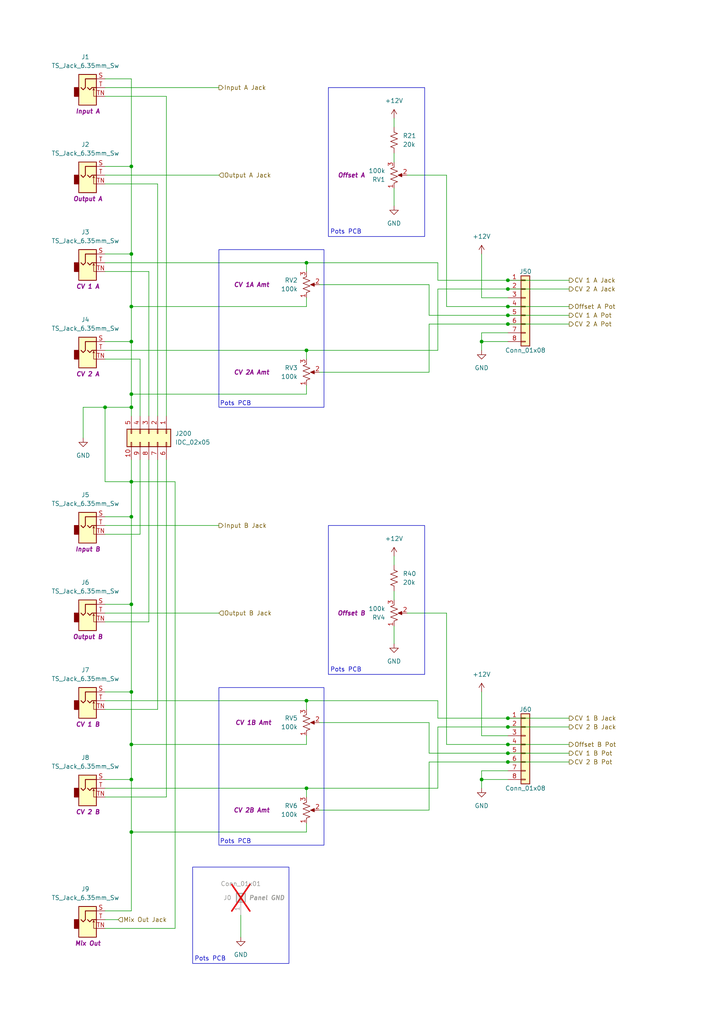
<source format=kicad_sch>
(kicad_sch (version 20250114) (generator "eeschema") (generator_version "9.0")
  (paper "A4" portrait)
  (title_block (company "DMH Instruments") (comment 1 "PCB for 5 cm Kosmo format synthesizer module"))
  (lib_symbols
    (symbol "Connector_Generic:Conn_01x01" (pin_names (offset 1.016) (hide yes))
      (property "Reference" "J" (at 0 2.54 0))
      (property "Value" "Conn_01x01" (at 0 -2.54 0))
      (symbol "Conn_01x01_1_1"
        (rectangle (start -1.27 1.27) (end 1.27 -1.27) (stroke (width 0.254)) (fill (type background)))
        (rectangle (start -1.27 0.127) (end 0 -0.127) (stroke (width 0.1524)))
        (pin passive line (at -5.08 0 0) (length 3.81) (name "Pin_1") (number "1"))
      )
    )
    (symbol "Connector_Generic:Conn_01x08" (pin_names (offset 1.016) (hide yes))
      (property "Reference" "J" (at 0 10.16 0))
      (property "Value" "Conn_01x08" (at 0 -12.7 0))
      (symbol "Conn_01x08_1_1"
        (rectangle (start -1.27 8.89) (end 1.27 -11.43) (stroke (width 0.254)) (fill (type background)))
        (rectangle (start -1.27 7.747) (end 0 7.493) (stroke (width 0.1524)))
        (rectangle (start -1.27 5.207) (end 0 4.953) (stroke (width 0.1524)))
        (rectangle (start -1.27 2.667) (end 0 2.413) (stroke (width 0.1524)))
        (rectangle (start -1.27 0.127) (end 0 -0.127) (stroke (width 0.1524)))
        (rectangle (start -1.27 -2.413) (end 0 -2.667) (stroke (width 0.1524)))
        (rectangle (start -1.27 -4.953) (end 0 -5.207) (stroke (width 0.1524)))
        (rectangle (start -1.27 -7.493) (end 0 -7.747) (stroke (width 0.1524)))
        (rectangle (start -1.27 -10.033) (end 0 -10.287) (stroke (width 0.1524)))
        (pin passive line (at -5.08 7.62 0) (length 3.81) (name "Pin_1") (number "1"))
        (pin passive line (at -5.08 5.08 0) (length 3.81) (name "Pin_2") (number "2"))
        (pin passive line (at -5.08 2.54 0) (length 3.81) (name "Pin_3") (number "3"))
        (pin passive line (at -5.08 0 0) (length 3.81) (name "Pin_4") (number "4"))
        (pin passive line (at -5.08 -2.54 0) (length 3.81) (name "Pin_5") (number "5"))
        (pin passive line (at -5.08 -5.08 0) (length 3.81) (name "Pin_6") (number "6"))
        (pin passive line (at -5.08 -7.62 0) (length 3.81) (name "Pin_7") (number "7"))
        (pin passive line (at -5.08 -10.16 0) (length 3.81) (name "Pin_8") (number "8"))
      )
    )
    (symbol "Device:R_Potentiometer_US" (pin_names (offset 1.016) (hide yes))
      (property "Reference" "RV" (at -4.445 0 90))
      (property "Value" "R_Potentiometer_US" (at -2.54 0 90))
      (symbol "R_Potentiometer_US_0_1"
        (polyline (pts (xy 0 2.54) (xy 0 2.286)))
        (polyline (pts (xy 0 2.286) (xy 1.016 1.905) (xy 0 1.524) (xy -1.016 1.143) (xy 0 0.762)))
        (polyline (pts (xy 0 0.762) (xy 1.016 0.381) (xy 0 0) (xy -1.016 -0.381) (xy 0 -0.762)))
        (polyline (pts (xy 0 -0.762) (xy 1.016 -1.143) (xy 0 -1.524) (xy -1.016 -1.905) (xy 0 -2.286)))
        (polyline (pts (xy 0 -2.286) (xy 0 -2.54)))
        (polyline (pts (xy 1.143 0) (xy 2.286 0.508) (xy 2.286 -0.508) (xy 1.143 0)) (fill (type outline)))
        (polyline (pts (xy 2.54 0) (xy 1.524 0)))
      )
      (symbol "R_Potentiometer_US_1_1"
        (pin passive line (at 0 3.81 270) (length 1.27) (name "1") (number "1"))
        (pin passive line (at 0 -3.81 90) (length 1.27) (name "3") (number "3"))
        (pin passive line (at 3.81 0 180) (length 1.27) (name "2") (number "2"))
      )
    )
    (symbol "Device:R_US" (pin_numbers (hide yes)) (pin_names (offset 0))
      (property "Reference" "R" (at 2.54 0 90))
      (property "Value" "R_US" (at -2.54 0 90))
      (symbol "R_US_0_1"
        (polyline (pts (xy 0 2.286) (xy 0 2.54)))
        (polyline (pts (xy 0 2.286) (xy 1.016 1.905) (xy 0 1.524) (xy -1.016 1.143) (xy 0 0.762)))
        (polyline (pts (xy 0 0.762) (xy 1.016 0.381) (xy 0 0) (xy -1.016 -0.381) (xy 0 -0.762)))
        (polyline (pts (xy 0 -0.762) (xy 1.016 -1.143) (xy 0 -1.524) (xy -1.016 -1.905) (xy 0 -2.286)))
        (polyline (pts (xy 0 -2.286) (xy 0 -2.54)))
      )
      (symbol "R_US_1_1"
        (pin passive line (at 0 3.81 270) (length 1.27) (name "~") (number "1"))
        (pin passive line (at 0 -3.81 90) (length 1.27) (name "~") (number "2"))
      )
    )
    (symbol "SynthStuff:BackBone_Connector_10Pin" (pin_names (offset 1.016) (hide yes))
      (property "Reference" "J" (at 0 -10.922 0))
      (property "Value" "IDC_02x05" (at 0 -8.382 0))
      (symbol "BackBone_Connector_10Pin_1_1"
        (rectangle (start -2.54 6.35) (end 2.54 -6.35) (stroke (width 0.254)) (fill (type background)))
        (rectangle (start -2.54 5.207) (end -1.27 4.953) (stroke (width 0.1524)))
        (rectangle (start -2.54 2.667) (end -1.27 2.413) (stroke (width 0.1524)))
        (rectangle (start -2.54 0.127) (end -1.27 -0.127) (stroke (width 0.1524)))
        (rectangle (start -2.54 -2.413) (end -1.27 -2.667) (stroke (width 0.1524)))
        (rectangle (start -2.54 -4.953) (end -1.27 -5.207) (stroke (width 0.1524)))
        (rectangle (start 2.54 5.207) (end 1.27 4.953) (stroke (width 0.1524)))
        (rectangle (start 2.54 2.667) (end 1.27 2.413) (stroke (width 0.1524)))
        (rectangle (start 2.54 0.127) (end 1.27 -0.127) (stroke (width 0.1524)))
        (rectangle (start 2.54 -2.413) (end 1.27 -2.667) (stroke (width 0.1524)))
        (rectangle (start 2.54 -4.953) (end 1.27 -5.207) (stroke (width 0.1524)))
        (pin passive line (at -6.35 5.08 0) (length 3.81) (name "Pin_1") (number "1"))
        (pin passive line (at -6.35 2.54 0) (length 3.81) (name "Pin_2") (number "2"))
        (pin passive line (at -6.35 0 0) (length 3.81) (name "Pin_3") (number "3"))
        (pin passive line (at -6.35 -2.54 0) (length 3.81) (name "Pin_4") (number "4"))
        (pin passive line (at -6.35 -5.08 0) (length 3.81) (name "Pin_5") (number "5"))
        (pin passive line (at 6.35 5.08 180) (length 3.81) (name "Pin_6") (number "6"))
        (pin passive line (at 6.35 2.54 180) (length 3.81) (name "Pin_7") (number "7"))
        (pin passive line (at 6.35 0 180) (length 3.81) (name "Pin_8") (number "8"))
        (pin passive line (at 6.35 -2.54 180) (length 3.81) (name "Pin_9") (number "9"))
        (pin passive line (at 6.35 -5.08 180) (length 3.81) (name "Pin_10") (number "10"))
      )
    )
    (symbol "SynthStuff:TS_Jack_6.35mm_Sw"
      (property "Reference" "J" (at -0.635 8.89 0))
      (property "Value" "TS_Jack_6.35mm_Sw" (at -0.635 6.35 0))
      (symbol "TS_Jack_6.35mm_Sw_0_1"
        (rectangle (start -2.54 0) (end -3.81 -2.54) (stroke (width 0.254)) (fill (type outline)))
        (polyline (pts (xy 0 0) (xy 0.635 -0.635) (xy 1.27 0) (xy 2.54 0)) (stroke (width 0.254)))
        (polyline (pts (xy 1.778 -0.254) (xy 2.032 -0.762)))
        (rectangle (start 2.54 3.81) (end -2.54 -5.08) (stroke (width 0.254)) (fill (type background)))
        (polyline (pts (xy 2.54 2.54) (xy -0.635 2.54) (xy -0.635 0) (xy -1.27 -0.635) (xy -1.905 0)) (stroke (width 0.254)))
        (polyline (pts (xy 2.54 -2.54) (xy 1.778 -2.54) (xy 1.778 -0.254) (xy 1.524 -0.762)))
      )
      (symbol "TS_Jack_6.35mm_Sw_1_1"
        (pin passive line (at 5.08 2.54 180) (length 2.54) (name "~") (number "S"))
        (pin passive line (at 5.08 0 180) (length 2.54) (name "~") (number "T"))
        (pin passive line (at 5.08 -2.54 180) (length 2.54) (name "~") (number "TN"))
      )
    )
    (symbol "power:+12V" (power) (pin_numbers (hide yes)) (pin_names (offset 0) (hide yes))
      (property "Value" "+12V" (at 0 3.556 0))
      (symbol "+12V_0_1"
        (polyline (pts (xy -0.762 1.27) (xy 0 2.54)))
        (polyline (pts (xy 0 2.54) (xy 0.762 1.27)))
        (polyline (pts (xy 0 0) (xy 0 2.54)))
      )
      (symbol "+12V_1_1"
        (pin power_in line (at 0 0 90) (length 0) (name "~") (number "1"))
      )
    )
    (symbol "power:GND" (power) (pin_numbers (hide yes)) (pin_names (offset 0) (hide yes))
      (property "Value" "GND" (at 0 -3.81 0))
      (symbol "GND_0_1"
        (polyline (pts (xy 0 0) (xy 0 -1.27) (xy 1.27 -1.27) (xy 0 -2.54) (xy -1.27 -1.27) (xy 0 -1.27)))
      )
      (symbol "GND_1_1"
        (pin power_in line (at 0 0 270) (length 0) (name "~") (number "1"))
      )
    )
  )
  (rectangle (start 95.25 152.4) (end 123.19 195.58))
  (rectangle (start 55.88 251.46) (end 83.82 279.4))
  (rectangle (start 63.5 199.39) (end 93.98 245.11))
  (rectangle (start 63.5 72.39) (end 93.98 118.11))
  (rectangle (start 95.25 25.4) (end 123.19 68.58))
  (text "Pots PCB" (at 68.326 244.094 0) (effects (font (size 1.27 1.27))))
  (text "Pots PCB" (at 100.33 194.31 0) (effects (font (size 1.27 1.27))))
  (text "Pots PCB" (at 60.96 278.13 0) (effects (font (size 1.27 1.27))))
  (text "Pots PCB" (at 100.33 67.31 0) (effects (font (size 1.27 1.27))))
  (text "Pots PCB" (at 68.326 117.094 0) (effects (font (size 1.27 1.27))))
  (junction (at 38.1 200.66))
  (junction (at 38.1 226.06))
  (junction (at 139.7 226.06))
  (junction (at 88.9 101.6))
  (junction (at 38.1 114.3))
  (junction (at 147.32 81.28))
  (junction (at 38.1 99.06))
  (junction (at 38.1 73.66))
  (junction (at 88.9 203.2))
  (junction (at 38.1 48.26))
  (junction (at 38.1 175.26))
  (junction (at 147.32 208.28))
  (junction (at 147.32 93.98))
  (junction (at 38.1 139.7))
  (junction (at 38.1 118.11))
  (junction (at 147.32 215.9))
  (junction (at 147.32 83.82))
  (junction (at 147.32 91.44))
  (junction (at 147.32 218.44))
  (junction (at 88.9 76.2))
  (junction (at 30.48 118.11))
  (junction (at 38.1 149.86))
  (junction (at 38.1 88.9))
  (junction (at 147.32 88.9))
  (junction (at 147.32 220.98))
  (junction (at 147.32 210.82))
  (junction (at 88.9 228.6))
  (junction (at 38.1 241.3))
  (junction (at 139.7 99.06))
  (junction (at 38.1 215.9))
  (wire (pts (xy 38.1 88.9) (xy 38.1 99.06)))
  (wire (pts (xy 124.46 209.55) (xy 124.46 218.44)))
  (wire (pts (xy 139.7 200.66) (xy 139.7 213.36)))
  (wire (pts (xy 124.46 220.98) (xy 147.32 220.98)))
  (wire (pts (xy 38.1 215.9) (xy 88.9 215.9)))
  (wire (pts (xy 24.13 127) (xy 24.13 118.11)))
  (wire (pts (xy 129.54 50.8) (xy 129.54 88.9)))
  (wire (pts (xy 30.48 228.6) (xy 88.9 228.6)))
  (wire (pts (xy 38.1 241.3) (xy 38.1 226.06)))
  (wire (pts (xy 30.48 269.24) (xy 50.8 269.24)))
  (wire (pts (xy 30.48 231.14) (xy 48.26 231.14)))
  (wire (pts (xy 118.11 177.8) (xy 129.54 177.8)))
  (wire (pts (xy 147.32 81.28) (xy 165.1 81.28)))
  (wire (pts (xy 147.32 223.52) (xy 139.7 223.52)))
  (wire (pts (xy 30.48 205.74) (xy 45.72 205.74)))
  (wire (pts (xy 147.32 93.98) (xy 165.1 93.98)))
  (wire (pts (xy 139.7 99.06) (xy 147.32 99.06)))
  (wire (pts (xy 147.32 220.98) (xy 165.1 220.98)))
  (wire (pts (xy 88.9 86.36) (xy 88.9 88.9)))
  (wire (pts (xy 114.3 181.61) (xy 114.3 186.69)))
  (wire (pts (xy 88.9 241.3) (xy 38.1 241.3)))
  (wire (pts (xy 38.1 118.11) (xy 38.1 120.65)))
  (wire (pts (xy 129.54 177.8) (xy 129.54 215.9)))
  (wire (pts (xy 30.48 50.8) (xy 63.5 50.8)))
  (wire (pts (xy 147.32 83.82) (xy 165.1 83.82)))
  (wire (pts (xy 139.7 86.36) (xy 139.7 73.66)))
  (wire (pts (xy 127 208.28) (xy 147.32 208.28)))
  (wire (pts (xy 30.48 53.34) (xy 45.72 53.34)))
  (wire (pts (xy 88.9 228.6) (xy 88.9 231.14)))
  (wire (pts (xy 45.72 120.65) (xy 45.72 53.34)))
  (wire (pts (xy 30.48 48.26) (xy 38.1 48.26)))
  (wire (pts (xy 88.9 76.2) (xy 127 76.2)))
  (wire (pts (xy 50.8 139.7) (xy 38.1 139.7)))
  (wire (pts (xy 114.3 161.29) (xy 114.3 163.83)))
  (wire (pts (xy 45.72 205.74) (xy 45.72 133.35)))
  (wire (pts (xy 30.48 180.34) (xy 43.18 180.34)))
  (wire (pts (xy 30.48 73.66) (xy 38.1 73.66)))
  (wire (pts (xy 43.18 120.65) (xy 43.18 78.74)))
  (wire (pts (xy 139.7 213.36) (xy 147.32 213.36)))
  (wire (pts (xy 30.48 152.4) (xy 63.5 152.4)))
  (wire (pts (xy 30.48 101.6) (xy 88.9 101.6)))
  (wire (pts (xy 92.71 209.55) (xy 124.46 209.55)))
  (wire (pts (xy 124.46 234.95) (xy 124.46 220.98)))
  (wire (pts (xy 30.48 200.66) (xy 38.1 200.66)))
  (wire (pts (xy 30.48 264.16) (xy 38.1 264.16)))
  (wire (pts (xy 30.48 22.86) (xy 38.1 22.86)))
  (wire (pts (xy 30.48 266.7) (xy 34.29 266.7)))
  (wire (pts (xy 127 210.82) (xy 147.32 210.82)))
  (wire (pts (xy 43.18 180.34) (xy 43.18 133.35)))
  (wire (pts (xy 88.9 228.6) (xy 127 228.6)))
  (wire (pts (xy 24.13 118.11) (xy 30.48 118.11)))
  (wire (pts (xy 147.32 210.82) (xy 165.1 210.82)))
  (wire (pts (xy 38.1 200.66) (xy 38.1 175.26)))
  (wire (pts (xy 127 83.82) (xy 147.32 83.82)))
  (wire (pts (xy 124.46 82.55) (xy 124.46 91.44)))
  (wire (pts (xy 38.1 133.35) (xy 38.1 139.7)))
  (wire (pts (xy 40.64 133.35) (xy 40.64 154.94)))
  (wire (pts (xy 30.48 149.86) (xy 38.1 149.86)))
  (wire (pts (xy 118.11 50.8) (xy 129.54 50.8)))
  (wire (pts (xy 48.26 120.65) (xy 48.26 27.94)))
  (wire (pts (xy 88.9 203.2) (xy 127 203.2)))
  (wire (pts (xy 114.3 54.61) (xy 114.3 59.69)))
  (wire (pts (xy 139.7 99.06) (xy 139.7 101.6)))
  (wire (pts (xy 38.1 99.06) (xy 38.1 114.3)))
  (wire (pts (xy 127 203.2) (xy 127 208.28)))
  (wire (pts (xy 30.48 118.11) (xy 38.1 118.11)))
  (wire (pts (xy 38.1 48.26) (xy 38.1 73.66)))
  (wire (pts (xy 139.7 223.52) (xy 139.7 226.06)))
  (wire (pts (xy 92.71 107.95) (xy 124.46 107.95)))
  (wire (pts (xy 69.85 265.43) (xy 69.85 271.78)))
  (wire (pts (xy 50.8 269.24) (xy 50.8 139.7)))
  (wire (pts (xy 30.48 99.06) (xy 38.1 99.06)))
  (wire (pts (xy 139.7 226.06) (xy 139.7 228.6)))
  (wire (pts (xy 38.1 264.16) (xy 38.1 241.3)))
  (wire (pts (xy 147.32 218.44) (xy 165.1 218.44)))
  (wire (pts (xy 38.1 73.66) (xy 38.1 88.9)))
  (wire (pts (xy 48.26 231.14) (xy 48.26 133.35)))
  (wire (pts (xy 30.48 203.2) (xy 88.9 203.2)))
  (wire (pts (xy 88.9 76.2) (xy 88.9 78.74)))
  (wire (pts (xy 30.48 27.94) (xy 48.26 27.94)))
  (wire (pts (xy 114.3 171.45) (xy 114.3 173.99)))
  (wire (pts (xy 92.71 234.95) (xy 124.46 234.95)))
  (wire (pts (xy 139.7 86.36) (xy 147.32 86.36)))
  (wire (pts (xy 147.32 91.44) (xy 165.1 91.44)))
  (wire (pts (xy 38.1 139.7) (xy 30.48 139.7)))
  (wire (pts (xy 30.48 175.26) (xy 38.1 175.26)))
  (wire (pts (xy 147.32 88.9) (xy 165.1 88.9)))
  (wire (pts (xy 38.1 88.9) (xy 88.9 88.9)))
  (wire (pts (xy 114.3 34.29) (xy 114.3 36.83)))
  (wire (pts (xy 30.48 104.14) (xy 40.64 104.14)))
  (wire (pts (xy 30.48 154.94) (xy 40.64 154.94)))
  (wire (pts (xy 139.7 226.06) (xy 147.32 226.06)))
  (wire (pts (xy 127 228.6) (xy 127 210.82)))
  (wire (pts (xy 127 76.2) (xy 127 81.28)))
  (wire (pts (xy 30.48 76.2) (xy 88.9 76.2)))
  (wire (pts (xy 30.48 226.06) (xy 38.1 226.06)))
  (wire (pts (xy 38.1 226.06) (xy 38.1 215.9)))
  (wire (pts (xy 147.32 208.28) (xy 165.1 208.28)))
  (wire (pts (xy 124.46 218.44) (xy 147.32 218.44)))
  (wire (pts (xy 139.7 96.52) (xy 147.32 96.52)))
  (wire (pts (xy 30.48 78.74) (xy 43.18 78.74)))
  (wire (pts (xy 92.71 82.55) (xy 124.46 82.55)))
  (wire (pts (xy 30.48 177.8) (xy 63.5 177.8)))
  (wire (pts (xy 38.1 175.26) (xy 38.1 149.86)))
  (wire (pts (xy 88.9 114.3) (xy 38.1 114.3)))
  (wire (pts (xy 38.1 139.7) (xy 38.1 149.86)))
  (wire (pts (xy 30.48 139.7) (xy 30.48 118.11)))
  (wire (pts (xy 129.54 215.9) (xy 147.32 215.9)))
  (wire (pts (xy 114.3 44.45) (xy 114.3 46.99)))
  (wire (pts (xy 124.46 93.98) (xy 147.32 93.98)))
  (wire (pts (xy 38.1 215.9) (xy 38.1 200.66)))
  (wire (pts (xy 88.9 111.76) (xy 88.9 114.3)))
  (wire (pts (xy 88.9 213.36) (xy 88.9 215.9)))
  (wire (pts (xy 38.1 22.86) (xy 38.1 48.26)))
  (wire (pts (xy 88.9 101.6) (xy 88.9 104.14)))
  (wire (pts (xy 127 81.28) (xy 147.32 81.28)))
  (wire (pts (xy 139.7 96.52) (xy 139.7 99.06)))
  (wire (pts (xy 124.46 91.44) (xy 147.32 91.44)))
  (wire (pts (xy 30.48 25.4) (xy 63.5 25.4)))
  (wire (pts (xy 147.32 215.9) (xy 165.1 215.9)))
  (wire (pts (xy 127 101.6) (xy 127 83.82)))
  (wire (pts (xy 38.1 114.3) (xy 38.1 118.11)))
  (wire (pts (xy 40.64 120.65) (xy 40.64 104.14)))
  (wire (pts (xy 88.9 101.6) (xy 127 101.6)))
  (wire (pts (xy 124.46 107.95) (xy 124.46 93.98)))
  (wire (pts (xy 88.9 238.76) (xy 88.9 241.3)))
  (wire (pts (xy 88.9 203.2) (xy 88.9 205.74)))
  (wire (pts (xy 129.54 88.9) (xy 147.32 88.9)))
  (hierarchical_label "CV 1 A Jack" (shape output) (at 165.1 81.28 0))
  (hierarchical_label "CV 2 A Pot" (shape output) (at 165.1 93.98 0))
  (hierarchical_label "Offset A Pot" (shape output) (at 165.1 88.9 0))
  (hierarchical_label "CV 2 B Pot" (shape output) (at 165.1 220.98 0))
  (hierarchical_label "CV 2 B Jack" (shape output) (at 165.1 210.82 0))
  (hierarchical_label "CV 1 B Jack" (shape output) (at 165.1 208.28 0))
  (hierarchical_label "CV 2 A Jack" (shape output) (at 165.1 83.82 0))
  (hierarchical_label "Mix Out Jack" (shape input) (at 34.29 266.7 0))
  (hierarchical_label "Input B Jack" (shape output) (at 63.5 152.4 0))
  (hierarchical_label "Input A Jack" (shape output) (at 63.5 25.4 0))
  (hierarchical_label "CV 1 A Pot" (shape output) (at 165.1 91.44 0))
  (hierarchical_label "Output B Jack" (shape input) (at 63.5 177.8 0))
  (hierarchical_label "CV 1 B Pot" (shape output) (at 165.1 218.44 0))
  (hierarchical_label "Output A Jack" (shape input) (at 63.5 50.8 0))
  (hierarchical_label "Offset B Pot" (shape output) (at 165.1 215.9 0))
  (symbol (lib_id "Device:R_Potentiometer_US") (at 88.9 107.95 0) (mirror x) (unit 1) (on_board no)
    (property "Reference" "RV3" (at 86.36 106.6799 0) (effects (justify right)))
    (property "Value" "100k" (at 86.36 109.2199 0) (effects (justify right)))
    (property "Footprint" "SynthStuff:Potentiometer_TT_P110KH1" (effects (hide yes)))
    (property "Description" "Potentiometer, US symbol" (effects (hide yes)))
    (property "Function" "CV 2A Amt" (at 72.898 107.95 0) (effects (font (thickness 0.254) (bold yes) (italic yes))))
  )
  (symbol (lib_id "Connector_Generic:Conn_01x01") (at 69.85 260.35 90) (unit 1) (in_bom no) (on_board no) (dnp yes)
    (property "Reference" "J0" (at 64.77 260.35 90) (effects (justify right)))
    (property "Value" "Conn_01x01" (at 69.85 256.286 90))
    (property "Footprint" "Connector_PinHeader_2.54mm:PinHeader_1x01_P2.54mm_Vertical" (effects (hide yes)))
    (property "Description" "Generic connector, single row, 01x01, script generated (kicad-library-utils/schlib/autogen/connector/)" (effects (hide yes)))
    (property "Function" "Panel GND" (at 77.47 260.35 90) (effects (font (thickness 0.254) (bold yes) (italic yes))))
  )
  (symbol (lib_id "power:GND") (at 114.3 186.69 0) (unit 1)
    (property "Reference" "#PWR029" (effects (hide yes)))
    (property "Value" "GND" (at 114.3 191.77 0))
    (property "Description" "Power symbol creates a global label with name \"GND\" , ground" (effects (hide yes)))
  )
  (symbol (lib_id "power:+12V") (at 114.3 161.29 0) (unit 1)
    (property "Reference" "#PWR023" (effects (hide yes)))
    (property "Value" "+12V" (at 114.3 156.21 0))
    (property "Description" "Power symbol creates a global label with name \"+12V\"" (effects (hide yes)))
  )
  (symbol (lib_id "power:+12V") (at 139.7 73.66 0) (unit 1)
    (property "Reference" "#PWR030" (effects (hide yes)))
    (property "Value" "+12V" (at 139.7 68.58 0))
    (property "Description" "Power symbol creates a global label with name \"+12V\"" (effects (hide yes)))
  )
  (symbol (lib_id "Device:R_Potentiometer_US") (at 114.3 177.8 0) (mirror x) (unit 1) (on_board no)
    (property "Reference" "RV4" (at 111.76 179.0701 0) (effects (justify right)))
    (property "Value" "100k" (at 111.76 176.5301 0) (effects (justify right)))
    (property "Footprint" "SynthStuff:Potentiometer_Alpha_RD901F-40-00D_Single_Vertical" (effects (hide yes)))
    (property "Description" "Potentiometer, US symbol" (effects (hide yes)))
    (property "Function" "Offset B" (at 101.854 177.8 0) (effects (font (thickness 0.254) (bold yes) (italic yes))))
  )
  (symbol (lib_id "Device:R_Potentiometer_US") (at 88.9 209.55 0) (mirror x) (unit 1) (on_board no)
    (property "Reference" "RV5" (at 86.36 208.2799 0) (effects (justify right)))
    (property "Value" "100k" (at 86.36 210.8199 0) (effects (justify right)))
    (property "Footprint" "SynthStuff:Potentiometer_TT_P110KH1" (effects (hide yes)))
    (property "Description" "Potentiometer, US symbol" (effects (hide yes)))
    (property "Function" "CV 1B Amt" (at 73.406 209.55 0) (effects (font (thickness 0.254) (bold yes) (italic yes))))
  )
  (symbol (lib_id "SynthStuff:TS_Jack_6.35mm_Sw") (at 25.4 266.7 0) (unit 1)
    (property "Reference" "J9" (at 24.765 257.81 0))
    (property "Value" "TS_Jack_6.35mm_Sw" (at 24.765 260.35 0))
    (property "Footprint" "SynthStuff:CUI_MJ-63052A" (effects (hide yes)))
    (property "Description" "Audio Jack, 2 Poles (Mono / TS), Switched T Pole (Normalling), 6.35mm, 1/4inch" (effects (hide yes)))
    (property "Function" "Mix Out" (at 25.4 273.558 0) (effects (font (thickness 0.254) (bold yes) (italic yes))))
  )
  (symbol (lib_id "SynthStuff:TS_Jack_6.35mm_Sw") (at 25.4 25.4 0) (unit 1)
    (property "Reference" "J1" (at 24.765 16.51 0))
    (property "Value" "TS_Jack_6.35mm_Sw" (at 24.765 19.05 0))
    (property "Footprint" "SynthStuff:CUI_MJ-63052A" (effects (hide yes)))
    (property "Description" "Audio Jack, 2 Poles (Mono / TS), Switched T Pole (Normalling), 6.35mm, 1/4inch" (effects (hide yes)))
    (property "Function" "Input A" (at 25.4 32.258 0) (effects (font (thickness 0.254) (bold yes) (italic yes))))
  )
  (symbol (lib_id "power:GND") (at 139.7 228.6 0) (unit 1)
    (property "Reference" "#PWR02" (effects (hide yes)))
    (property "Value" "GND" (at 139.7 233.68 0))
    (property "Description" "Power symbol creates a global label with name \"GND\" , ground" (effects (hide yes)))
  )
  (symbol (lib_id "Device:R_Potentiometer_US") (at 88.9 82.55 0) (mirror x) (unit 1) (on_board no)
    (property "Reference" "RV2" (at 86.36 81.2799 0) (effects (justify right)))
    (property "Value" "100k" (at 86.36 83.8199 0) (effects (justify right)))
    (property "Footprint" "SynthStuff:Potentiometer_TT_P110KH1" (effects (hide yes)))
    (property "Description" "Potentiometer, US symbol" (effects (hide yes)))
    (property "Function" "CV 1A Amt" (at 72.898 82.55 0) (effects (font (thickness 0.254) (bold yes) (italic yes))))
  )
  (symbol (lib_id "Device:R_Potentiometer_US") (at 114.3 50.8 0) (mirror x) (unit 1) (on_board no)
    (property "Reference" "RV1" (at 111.76 52.0701 0) (effects (justify right)))
    (property "Value" "100k" (at 111.76 49.5301 0) (effects (justify right)))
    (property "Footprint" "SynthStuff:Potentiometer_Alpha_RD901F-40-00D_Single_Vertical" (effects (hide yes)))
    (property "Description" "Potentiometer, US symbol" (effects (hide yes)))
    (property "Function" "Offset A" (at 101.854 50.8 0) (effects (font (thickness 0.254) (bold yes) (italic yes))))
  )
  (symbol (lib_id "SynthStuff:TS_Jack_6.35mm_Sw") (at 25.4 50.8 0) (unit 1)
    (property "Reference" "J2" (at 24.765 41.91 0))
    (property "Value" "TS_Jack_6.35mm_Sw" (at 24.765 44.45 0))
    (property "Footprint" "SynthStuff:CUI_MJ-63052A" (effects (hide yes)))
    (property "Description" "Audio Jack, 2 Poles (Mono / TS), Switched T Pole (Normalling), 6.35mm, 1/4inch" (effects (hide yes)))
    (property "Function" "Output A" (at 25.4 57.658 0) (effects (font (thickness 0.254) (bold yes) (italic yes))))
  )
  (symbol (lib_id "Device:R_US") (at 114.3 167.64 180) (unit 1) (on_board no)
    (property "Reference" "R40" (at 116.84 166.3699 0) (effects (justify right)))
    (property "Value" "20k" (at 116.84 168.9099 0) (effects (justify right)))
    (property "Footprint" "Resistor_THT:R_Axial_DIN0207_L6.3mm_D2.5mm_P7.62mm_Horizontal" (effects (hide yes)))
    (property "Description" "Resistor, US symbol" (effects (hide yes)))
  )
  (symbol (lib_id "SynthStuff:BackBone_Connector_10Pin") (at 43.18 127 270) (unit 1)
    (property "Reference" "J200" (at 50.8 125.7299 90) (effects (justify left)))
    (property "Value" "IDC_02x05" (at 50.8 128.2699 90) (effects (justify left)))
    (property "Footprint" "SynthStuff:IDC-Header_2x05_P2.54mm_Vertical_BackBone" (effects (hide yes)))
    (property "Description" "IDC jack, 2x5 pins, row a carries same signals as row b." (effects (hide yes)))
  )
  (symbol (lib_id "power:+12V") (at 139.7 200.66 0) (unit 1)
    (property "Reference" "#PWR031" (effects (hide yes)))
    (property "Value" "+12V" (at 139.7 195.58 0))
    (property "Description" "Power symbol creates a global label with name \"+12V\"" (effects (hide yes)))
  )
  (symbol (lib_id "Device:R_Potentiometer_US") (at 88.9 234.95 0) (mirror x) (unit 1) (on_board no)
    (property "Reference" "RV6" (at 86.36 233.6799 0) (effects (justify right)))
    (property "Value" "100k" (at 86.36 236.2199 0) (effects (justify right)))
    (property "Footprint" "SynthStuff:Potentiometer_TT_P110KH1" (effects (hide yes)))
    (property "Description" "Potentiometer, US symbol" (effects (hide yes)))
    (property "Function" "CV 2B Amt" (at 72.898 234.95 0) (effects (font (thickness 0.254) (bold yes) (italic yes))))
  )
  (symbol (lib_id "power:GND") (at 139.7 101.6 0) (unit 1)
    (property "Reference" "#PWR01" (effects (hide yes)))
    (property "Value" "GND" (at 139.7 106.68 0))
    (property "Description" "Power symbol creates a global label with name \"GND\" , ground" (effects (hide yes)))
  )
  (symbol (lib_id "SynthStuff:TS_Jack_6.35mm_Sw") (at 25.4 203.2 0) (unit 1)
    (property "Reference" "J7" (at 24.765 194.31 0))
    (property "Value" "TS_Jack_6.35mm_Sw" (at 24.765 196.85 0))
    (property "Footprint" "SynthStuff:CUI_MJ-63052A" (effects (hide yes)))
    (property "Description" "Audio Jack, 2 Poles (Mono / TS), Switched T Pole (Normalling), 6.35mm, 1/4inch" (effects (hide yes)))
    (property "Function" "CV 1 B" (at 25.4 210.058 0) (effects (font (thickness 0.254) (bold yes) (italic yes))))
  )
  (symbol (lib_id "Connector_Generic:Conn_01x08") (at 152.4 215.9 0) (unit 1)
    (property "Reference" "J60" (at 150.622 205.74 0) (effects (justify left)))
    (property "Value" "Conn_01x08" (at 152.4 228.6 0))
    (property "Footprint" "Connector_PinSocket_2.54mm:PinSocket_1x08_P2.54mm_Vertical" (effects (hide yes)))
    (property "Description" "Generic connector, single row, 01x08, script generated (kicad-library-utils/schlib/autogen/connector/)" (effects (hide yes)))
  )
  (symbol (lib_id "power:GND") (at 114.3 59.69 0) (unit 1)
    (property "Reference" "#PWR04" (effects (hide yes)))
    (property "Value" "GND" (at 114.3 64.77 0))
    (property "Description" "Power symbol creates a global label with name \"GND\" , ground" (effects (hide yes)))
  )
  (symbol (lib_id "SynthStuff:TS_Jack_6.35mm_Sw") (at 25.4 101.6 0) (unit 1)
    (property "Reference" "J4" (at 24.765 92.71 0))
    (property "Value" "TS_Jack_6.35mm_Sw" (at 24.765 95.25 0))
    (property "Footprint" "SynthStuff:CUI_MJ-63052A" (effects (hide yes)))
    (property "Description" "Audio Jack, 2 Poles (Mono / TS), Switched T Pole (Normalling), 6.35mm, 1/4inch" (effects (hide yes)))
    (property "Function" "CV 2 A" (at 25.4 108.458 0) (effects (font (thickness 0.254) (bold yes) (italic yes))))
  )
  (symbol (lib_id "power:+12V") (at 114.3 34.29 0) (unit 1)
    (property "Reference" "#PWR03" (effects (hide yes)))
    (property "Value" "+12V" (at 114.3 29.21 0))
    (property "Description" "Power symbol creates a global label with name \"+12V\"" (effects (hide yes)))
  )
  (symbol (lib_id "Device:R_US") (at 114.3 40.64 180) (unit 1) (on_board no)
    (property "Reference" "R21" (at 116.84 39.3699 0) (effects (justify right)))
    (property "Value" "20k" (at 116.84 41.9099 0) (effects (justify right)))
    (property "Footprint" "Resistor_THT:R_Axial_DIN0207_L6.3mm_D2.5mm_P7.62mm_Horizontal" (effects (hide yes)))
    (property "Description" "Resistor, US symbol" (effects (hide yes)))
  )
  (symbol (lib_id "power:GND") (at 69.85 271.78 0) (unit 1)
    (property "Reference" "#PWR08" (effects (hide yes)))
    (property "Value" "GND" (at 69.85 276.86 0))
    (property "Description" "Power symbol creates a global label with name \"GND\" , ground" (effects (hide yes)))
  )
  (symbol (lib_id "SynthStuff:TS_Jack_6.35mm_Sw") (at 25.4 177.8 0) (unit 1)
    (property "Reference" "J6" (at 24.765 168.91 0))
    (property "Value" "TS_Jack_6.35mm_Sw" (at 24.765 171.45 0))
    (property "Footprint" "SynthStuff:CUI_MJ-63052A" (effects (hide yes)))
    (property "Description" "Audio Jack, 2 Poles (Mono / TS), Switched T Pole (Normalling), 6.35mm, 1/4inch" (effects (hide yes)))
    (property "Function" "Output B" (at 25.4 184.658 0) (effects (font (thickness 0.254) (bold yes) (italic yes))))
  )
  (symbol (lib_id "Connector_Generic:Conn_01x08") (at 152.4 88.9 0) (unit 1)
    (property "Reference" "J50" (at 150.622 78.74 0) (effects (justify left)))
    (property "Value" "Conn_01x08" (at 152.4 101.6 0))
    (property "Footprint" "Connector_PinSocket_2.54mm:PinSocket_1x08_P2.54mm_Vertical" (effects (hide yes)))
    (property "Description" "Generic connector, single row, 01x08, script generated (kicad-library-utils/schlib/autogen/connector/)" (effects (hide yes)))
  )
  (symbol (lib_id "SynthStuff:TS_Jack_6.35mm_Sw") (at 25.4 76.2 0) (unit 1)
    (property "Reference" "J3" (at 24.765 67.31 0))
    (property "Value" "TS_Jack_6.35mm_Sw" (at 24.765 69.85 0))
    (property "Footprint" "SynthStuff:CUI_MJ-63052A" (effects (hide yes)))
    (property "Description" "Audio Jack, 2 Poles (Mono / TS), Switched T Pole (Normalling), 6.35mm, 1/4inch" (effects (hide yes)))
    (property "Function" "CV 1 A" (at 25.4 83.058 0) (effects (font (thickness 0.254) (bold yes) (italic yes))))
  )
  (symbol (lib_id "SynthStuff:TS_Jack_6.35mm_Sw") (at 25.4 228.6 0) (unit 1)
    (property "Reference" "J8" (at 24.765 219.71 0))
    (property "Value" "TS_Jack_6.35mm_Sw" (at 24.765 222.25 0))
    (property "Footprint" "SynthStuff:CUI_MJ-63052A" (effects (hide yes)))
    (property "Description" "Audio Jack, 2 Poles (Mono / TS), Switched T Pole (Normalling), 6.35mm, 1/4inch" (effects (hide yes)))
    (property "Function" "CV 2 B" (at 25.4 235.458 0) (effects (font (thickness 0.254) (bold yes) (italic yes))))
  )
  (symbol (lib_id "power:GND") (at 24.13 127 0) (unit 1)
    (property "Reference" "#PWR033" (effects (hide yes)))
    (property "Value" "GND" (at 24.13 132.08 0))
    (property "Description" "Power symbol creates a global label with name \"GND\" , ground" (effects (hide yes)))
  )
  (symbol (lib_id "SynthStuff:TS_Jack_6.35mm_Sw") (at 25.4 152.4 0) (unit 1)
    (property "Reference" "J5" (at 24.765 143.51 0))
    (property "Value" "TS_Jack_6.35mm_Sw" (at 24.765 146.05 0))
    (property "Footprint" "SynthStuff:CUI_MJ-63052A" (effects (hide yes)))
    (property "Description" "Audio Jack, 2 Poles (Mono / TS), Switched T Pole (Normalling), 6.35mm, 1/4inch" (effects (hide yes)))
    (property "Function" "Input B" (at 25.4 159.258 0) (effects (font (thickness 0.254) (bold yes) (italic yes))))
  )
)
</source>
